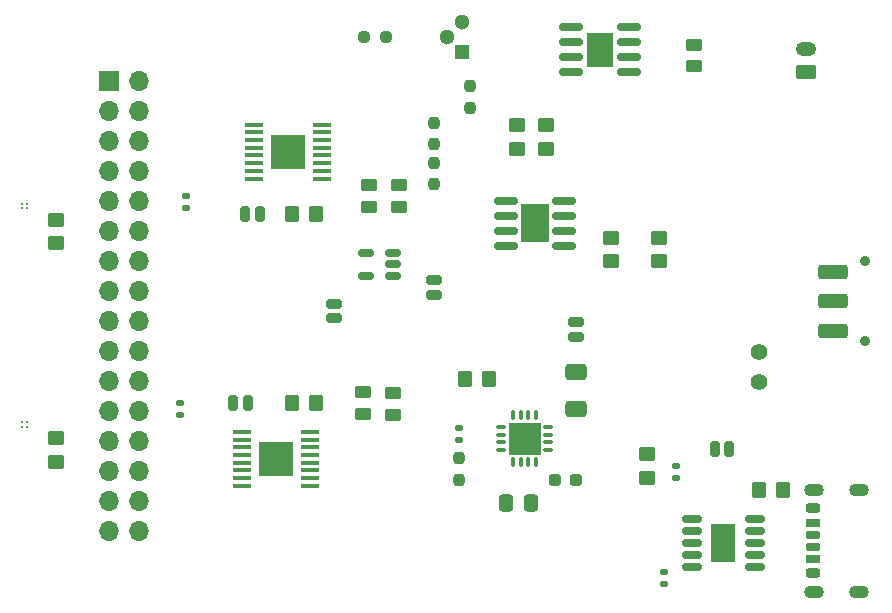
<source format=gbr>
%TF.GenerationSoftware,KiCad,Pcbnew,9.0.0*%
%TF.CreationDate,2025-03-28T01:08:04+02:00*%
%TF.ProjectId,MM,4d4d2e6b-6963-4616-945f-706362585858,rev?*%
%TF.SameCoordinates,Original*%
%TF.FileFunction,Soldermask,Top*%
%TF.FilePolarity,Negative*%
%FSLAX46Y46*%
G04 Gerber Fmt 4.6, Leading zero omitted, Abs format (unit mm)*
G04 Created by KiCad (PCBNEW 9.0.0) date 2025-03-28 01:08:04*
%MOMM*%
%LPD*%
G01*
G04 APERTURE LIST*
G04 Aperture macros list*
%AMRoundRect*
0 Rectangle with rounded corners*
0 $1 Rounding radius*
0 $2 $3 $4 $5 $6 $7 $8 $9 X,Y pos of 4 corners*
0 Add a 4 corners polygon primitive as box body*
4,1,4,$2,$3,$4,$5,$6,$7,$8,$9,$2,$3,0*
0 Add four circle primitives for the rounded corners*
1,1,$1+$1,$2,$3*
1,1,$1+$1,$4,$5*
1,1,$1+$1,$6,$7*
1,1,$1+$1,$8,$9*
0 Add four rect primitives between the rounded corners*
20,1,$1+$1,$2,$3,$4,$5,0*
20,1,$1+$1,$4,$5,$6,$7,0*
20,1,$1+$1,$6,$7,$8,$9,0*
20,1,$1+$1,$8,$9,$2,$3,0*%
G04 Aperture macros list end*
%ADD10RoundRect,0.140000X0.170000X-0.140000X0.170000X0.140000X-0.170000X0.140000X-0.170000X-0.140000X0*%
%ADD11RoundRect,0.250000X-0.450000X0.262500X-0.450000X-0.262500X0.450000X-0.262500X0.450000X0.262500X0*%
%ADD12RoundRect,0.135000X0.185000X-0.135000X0.185000X0.135000X-0.185000X0.135000X-0.185000X-0.135000X0*%
%ADD13RoundRect,0.237500X-0.237500X0.250000X-0.237500X-0.250000X0.237500X-0.250000X0.237500X0.250000X0*%
%ADD14RoundRect,0.100000X0.675000X0.100000X-0.675000X0.100000X-0.675000X-0.100000X0.675000X-0.100000X0*%
%ADD15R,3.000000X3.000000*%
%ADD16RoundRect,0.135000X-0.185000X0.135000X-0.185000X-0.135000X0.185000X-0.135000X0.185000X0.135000X0*%
%ADD17RoundRect,0.150000X0.512500X0.150000X-0.512500X0.150000X-0.512500X-0.150000X0.512500X-0.150000X0*%
%ADD18RoundRect,0.237500X0.237500X-0.250000X0.237500X0.250000X-0.237500X0.250000X-0.237500X-0.250000X0*%
%ADD19RoundRect,0.150000X-0.825000X-0.150000X0.825000X-0.150000X0.825000X0.150000X-0.825000X0.150000X0*%
%ADD20R,2.410000X3.300000*%
%ADD21C,0.900000*%
%ADD22RoundRect,0.250000X1.000000X-0.375000X1.000000X0.375000X-1.000000X0.375000X-1.000000X-0.375000X0*%
%ADD23R,1.300000X1.300000*%
%ADD24C,1.300000*%
%ADD25RoundRect,0.250000X0.450000X-0.262500X0.450000X0.262500X-0.450000X0.262500X-0.450000X-0.262500X0*%
%ADD26RoundRect,0.250000X-0.450000X0.350000X-0.450000X-0.350000X0.450000X-0.350000X0.450000X0.350000X0*%
%ADD27RoundRect,0.250000X0.450000X-0.350000X0.450000X0.350000X-0.450000X0.350000X-0.450000X-0.350000X0*%
%ADD28RoundRect,0.150000X-0.687500X-0.150000X0.687500X-0.150000X0.687500X0.150000X-0.687500X0.150000X0*%
%ADD29R,2.100000X3.300000*%
%ADD30RoundRect,0.175000X0.425000X-0.175000X0.425000X0.175000X-0.425000X0.175000X-0.425000X-0.175000X0*%
%ADD31RoundRect,0.190000X-0.410000X0.190000X-0.410000X-0.190000X0.410000X-0.190000X0.410000X0.190000X0*%
%ADD32RoundRect,0.200000X-0.400000X0.200000X-0.400000X-0.200000X0.400000X-0.200000X0.400000X0.200000X0*%
%ADD33RoundRect,0.175000X-0.425000X0.175000X-0.425000X-0.175000X0.425000X-0.175000X0.425000X0.175000X0*%
%ADD34RoundRect,0.190000X0.410000X-0.190000X0.410000X0.190000X-0.410000X0.190000X-0.410000X-0.190000X0*%
%ADD35RoundRect,0.200000X0.400000X-0.200000X0.400000X0.200000X-0.400000X0.200000X-0.400000X-0.200000X0*%
%ADD36O,1.700000X1.100000*%
%ADD37RoundRect,0.250000X0.650000X-0.412500X0.650000X0.412500X-0.650000X0.412500X-0.650000X-0.412500X0*%
%ADD38RoundRect,0.140000X-0.170000X0.140000X-0.170000X-0.140000X0.170000X-0.140000X0.170000X0.140000X0*%
%ADD39RoundRect,0.208750X0.431250X-0.208750X0.431250X0.208750X-0.431250X0.208750X-0.431250X-0.208750X0*%
%ADD40RoundRect,0.250000X-0.350000X-0.450000X0.350000X-0.450000X0.350000X0.450000X-0.350000X0.450000X0*%
%ADD41RoundRect,0.208750X0.208750X0.431250X-0.208750X0.431250X-0.208750X-0.431250X0.208750X-0.431250X0*%
%ADD42R,2.290000X3.000000*%
%ADD43RoundRect,0.250000X0.625000X-0.350000X0.625000X0.350000X-0.625000X0.350000X-0.625000X-0.350000X0*%
%ADD44O,1.750000X1.200000*%
%ADD45RoundRect,0.237500X0.287500X0.237500X-0.287500X0.237500X-0.287500X-0.237500X0.287500X-0.237500X0*%
%ADD46RoundRect,0.087500X0.087500X-0.325000X0.087500X0.325000X-0.087500X0.325000X-0.087500X-0.325000X0*%
%ADD47RoundRect,0.087500X0.325000X-0.087500X0.325000X0.087500X-0.325000X0.087500X-0.325000X-0.087500X0*%
%ADD48R,2.700000X2.700000*%
%ADD49RoundRect,0.208750X-0.208750X-0.431250X0.208750X-0.431250X0.208750X0.431250X-0.208750X0.431250X0*%
%ADD50RoundRect,0.208750X-0.431250X0.208750X-0.431250X-0.208750X0.431250X-0.208750X0.431250X0.208750X0*%
%ADD51C,1.400000*%
%ADD52C,0.210000*%
%ADD53RoundRect,0.237500X0.250000X0.237500X-0.250000X0.237500X-0.250000X-0.237500X0.250000X-0.237500X0*%
%ADD54R,1.700000X1.700000*%
%ADD55O,1.700000X1.700000*%
%ADD56RoundRect,0.250000X-0.337500X-0.475000X0.337500X-0.475000X0.337500X0.475000X-0.337500X0.475000X0*%
G04 APERTURE END LIST*
D10*
%TO.C,C2*%
X135500000Y-75460000D03*
X135500000Y-74500000D03*
%TD*%
D11*
%TO.C,R11*%
X153500000Y-73587500D03*
X153500000Y-75412500D03*
%TD*%
D12*
%TO.C,R32*%
X158625000Y-95107500D03*
X158625000Y-94087500D03*
%TD*%
D13*
%TO.C,R16*%
X156500000Y-68262500D03*
X156500000Y-70087500D03*
%TD*%
D14*
%TO.C,AuxiliaryDriver1*%
X146000000Y-99000000D03*
X146000000Y-98350000D03*
X146000000Y-97700000D03*
X146000000Y-97050000D03*
X146000000Y-96400000D03*
X146000000Y-95750000D03*
X146000000Y-95100000D03*
X146000000Y-94450000D03*
X140250000Y-94450000D03*
X140250000Y-95100000D03*
X140250000Y-95750000D03*
X140250000Y-96400000D03*
X140250000Y-97050000D03*
X140250000Y-97700000D03*
X140250000Y-98350000D03*
X140250000Y-99000000D03*
D15*
X143125000Y-96725000D03*
%TD*%
D16*
%TO.C,R24*%
X176000000Y-106340000D03*
X176000000Y-107360000D03*
%TD*%
D17*
%TO.C,U5*%
X153000000Y-81225000D03*
X153000000Y-80275000D03*
X153000000Y-79325000D03*
X150725000Y-79325000D03*
X150725000Y-81225000D03*
%TD*%
D18*
%TO.C,R2*%
X158625000Y-98500000D03*
X158625000Y-96675000D03*
%TD*%
D19*
%TO.C,U2*%
X162550000Y-74895000D03*
X162550000Y-76165000D03*
X162550000Y-77435000D03*
X162550000Y-78705000D03*
X167500000Y-78705000D03*
X167500000Y-77435000D03*
X167500000Y-76165000D03*
X167500000Y-74895000D03*
D20*
X165025000Y-76800000D03*
%TD*%
D21*
%TO.C,ToggleSwitch1*%
X193000000Y-86800000D03*
X193000000Y-80000000D03*
D22*
X190250000Y-85900000D03*
X190250000Y-83400000D03*
X190250000Y-80900000D03*
%TD*%
D23*
%TO.C,Q1*%
X158860000Y-62270000D03*
D24*
X157590000Y-61000000D03*
X158860000Y-59730000D03*
%TD*%
D25*
%TO.C,R10*%
X150500000Y-92912500D03*
X150500000Y-91087500D03*
%TD*%
D26*
%TO.C,R22*%
X166000000Y-68500000D03*
X166000000Y-70500000D03*
%TD*%
D13*
%TO.C,R20*%
X156500000Y-71675000D03*
X156500000Y-73500000D03*
%TD*%
D27*
%TO.C,R28*%
X175500000Y-80000000D03*
X175500000Y-78000000D03*
%TD*%
D28*
%TO.C,U3*%
X178362500Y-101860000D03*
X178362500Y-102860000D03*
X178362500Y-103860000D03*
X178362500Y-104860000D03*
X178362500Y-105860000D03*
X183637500Y-105860000D03*
X183637500Y-104860000D03*
X183637500Y-103860000D03*
X183637500Y-102860000D03*
X183637500Y-101860000D03*
D29*
X181000000Y-103860000D03*
%TD*%
D30*
%TO.C,J3*%
X188620000Y-104180000D03*
D31*
X188620000Y-102160000D03*
D32*
X188620000Y-100930000D03*
D33*
X188620000Y-103180000D03*
D34*
X188620000Y-105200000D03*
D35*
X188620000Y-106430000D03*
D36*
X188700000Y-108000000D03*
X192500000Y-108000000D03*
X188700000Y-99360000D03*
X192500000Y-99360000D03*
%TD*%
D37*
%TO.C,C6*%
X168500000Y-92500000D03*
X168500000Y-89375000D03*
%TD*%
D38*
%TO.C,C4*%
X135000000Y-92040000D03*
X135000000Y-93000000D03*
%TD*%
D39*
%TO.C,C13*%
X168500000Y-86437500D03*
X168500000Y-85182500D03*
%TD*%
D40*
%TO.C,R29*%
X144500000Y-92000000D03*
X146500000Y-92000000D03*
%TD*%
D41*
%TO.C,C9*%
X140755000Y-92000000D03*
X139500000Y-92000000D03*
%TD*%
D19*
%TO.C,U1*%
X168050000Y-60190000D03*
X168050000Y-61460000D03*
X168050000Y-62730000D03*
X168050000Y-64000000D03*
X173000000Y-64000000D03*
X173000000Y-62730000D03*
X173000000Y-61460000D03*
X173000000Y-60190000D03*
D42*
X170525000Y-62095000D03*
%TD*%
D18*
%TO.C,R13*%
X159500000Y-67000000D03*
X159500000Y-65175000D03*
%TD*%
D40*
%TO.C,R27*%
X184000000Y-99360000D03*
X186000000Y-99360000D03*
%TD*%
D41*
%TO.C,C10*%
X141755000Y-76000000D03*
X140500000Y-76000000D03*
%TD*%
D43*
%TO.C,JST1*%
X188000000Y-64000000D03*
D44*
X188000000Y-62000000D03*
%TD*%
D45*
%TO.C,L1*%
X168500000Y-98500000D03*
X166750000Y-98500000D03*
%TD*%
D46*
%TO.C,U4*%
X163187500Y-96987500D03*
X163837500Y-96987500D03*
X164487500Y-96987500D03*
X165137500Y-96987500D03*
D47*
X166125000Y-96000000D03*
X166125000Y-95350000D03*
X166125000Y-94700000D03*
X166125000Y-94050000D03*
D46*
X165137500Y-93062500D03*
X164487500Y-93062500D03*
X163837500Y-93062500D03*
X163187500Y-93062500D03*
D47*
X162200000Y-94050000D03*
X162200000Y-94700000D03*
X162200000Y-95350000D03*
X162200000Y-96000000D03*
D48*
X164162500Y-95025000D03*
%TD*%
D49*
%TO.C,C5*%
X180245000Y-95860000D03*
X181500000Y-95860000D03*
%TD*%
D50*
%TO.C,C11*%
X156500000Y-81597500D03*
X156500000Y-82852500D03*
%TD*%
D26*
%TO.C,R25*%
X124500000Y-76500000D03*
X124500000Y-78500000D03*
%TD*%
D51*
%TO.C,JP1*%
X184000000Y-90250000D03*
X184000000Y-87710000D03*
%TD*%
D52*
%TO.C,LoadSwitch2*%
X121650000Y-75150000D03*
X122000000Y-75150000D03*
X121650000Y-75500000D03*
X122000000Y-75500000D03*
%TD*%
D53*
%TO.C,R19*%
X152412500Y-61000000D03*
X150587500Y-61000000D03*
%TD*%
D27*
%TO.C,R23*%
X174500000Y-98360000D03*
X174500000Y-96360000D03*
%TD*%
D25*
%TO.C,R9*%
X153000000Y-93000000D03*
X153000000Y-91175000D03*
%TD*%
D14*
%TO.C,PrimaryDriver1*%
X147000000Y-73000000D03*
X147000000Y-72350000D03*
X147000000Y-71700000D03*
X147000000Y-71050000D03*
X147000000Y-70400000D03*
X147000000Y-69750000D03*
X147000000Y-69100000D03*
X147000000Y-68450000D03*
X141250000Y-68450000D03*
X141250000Y-69100000D03*
X141250000Y-69750000D03*
X141250000Y-70400000D03*
X141250000Y-71050000D03*
X141250000Y-71700000D03*
X141250000Y-72350000D03*
X141250000Y-73000000D03*
D15*
X144125000Y-70725000D03*
%TD*%
D26*
%TO.C,R18*%
X124500000Y-95000000D03*
X124500000Y-97000000D03*
%TD*%
D25*
%TO.C,R14*%
X151000000Y-75412500D03*
X151000000Y-73587500D03*
%TD*%
D54*
%TO.C,J1*%
X129000000Y-64760000D03*
D55*
X131540000Y-64760000D03*
X129000000Y-67300000D03*
X131540000Y-67300000D03*
X129000000Y-69840000D03*
X131540000Y-69840000D03*
X129000000Y-72380000D03*
X131540000Y-72380000D03*
X129000000Y-74920000D03*
X131540000Y-74920000D03*
X129000000Y-77460000D03*
X131540000Y-77460000D03*
X129000000Y-80000000D03*
X131540000Y-80000000D03*
X129000000Y-82540000D03*
X131540000Y-82540000D03*
X129000000Y-85080000D03*
X131540000Y-85080000D03*
X129000000Y-87620000D03*
X131540000Y-87620000D03*
X129000000Y-90160000D03*
X131540000Y-90160000D03*
X129000000Y-92700000D03*
X131540000Y-92700000D03*
X129000000Y-95240000D03*
X131540000Y-95240000D03*
X129000000Y-97780000D03*
X131540000Y-97780000D03*
X129000000Y-100320000D03*
X131540000Y-100320000D03*
X129000000Y-102860000D03*
X131540000Y-102860000D03*
%TD*%
D27*
%TO.C,R1*%
X163500000Y-70500000D03*
X163500000Y-68500000D03*
%TD*%
D40*
%TO.C,R31*%
X144500000Y-76000000D03*
X146500000Y-76000000D03*
%TD*%
D52*
%TO.C,LoadSwitch1*%
X121650000Y-93650000D03*
X122000000Y-93650000D03*
X121650000Y-94000000D03*
X122000000Y-94000000D03*
%TD*%
D27*
%TO.C,R26*%
X171500000Y-80000000D03*
X171500000Y-78000000D03*
%TD*%
D56*
%TO.C,C1*%
X162587500Y-100500000D03*
X164662500Y-100500000D03*
%TD*%
D50*
%TO.C,C12*%
X148000000Y-83597500D03*
X148000000Y-84852500D03*
%TD*%
D40*
%TO.C,R30*%
X159125000Y-90000000D03*
X161125000Y-90000000D03*
%TD*%
D16*
%TO.C,R21*%
X177000000Y-97340000D03*
X177000000Y-98360000D03*
%TD*%
D11*
%TO.C,R15*%
X178500000Y-61675000D03*
X178500000Y-63500000D03*
%TD*%
M02*

</source>
